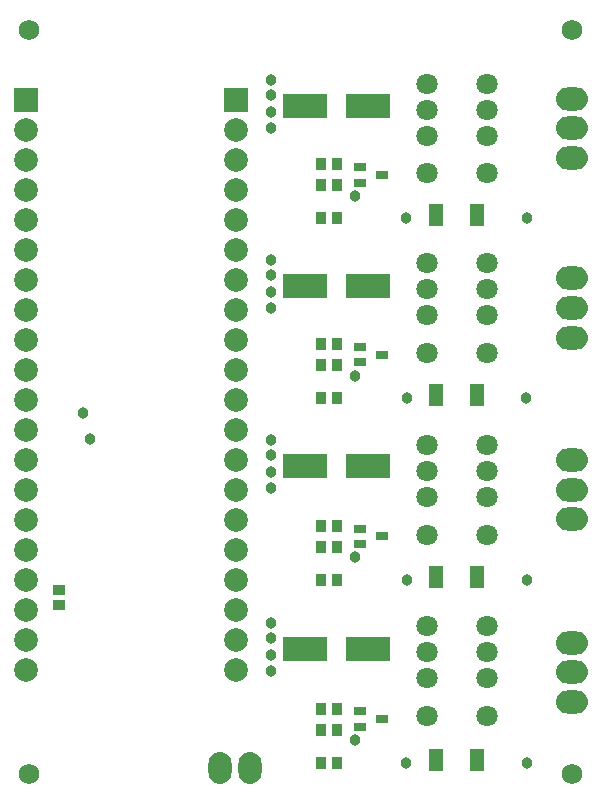
<source format=gts>
G04*
G04 #@! TF.GenerationSoftware,Altium Limited,Altium Designer,20.2.6 (244)*
G04*
G04 Layer_Color=8388736*
%FSLAX25Y25*%
%MOIN*%
G70*
G04*
G04 #@! TF.SameCoordinates,9E550E5B-D3D8-464A-AF3F-8E1B55BAFF32*
G04*
G04*
G04 #@! TF.FilePolarity,Negative*
G04*
G01*
G75*
%ADD21R,0.03950X0.02572*%
%ADD22R,0.03556X0.04343*%
%ADD23R,0.04737X0.07690*%
%ADD24R,0.14776X0.07887*%
%ADD25R,0.04343X0.03556*%
%ADD26C,0.06800*%
%ADD27C,0.07887*%
%ADD28R,0.07887X0.07887*%
%ADD29C,0.07102*%
%ADD30O,0.10642X0.07690*%
%ADD31O,0.07690X0.10642*%
%ADD32C,0.03800*%
D21*
X124201Y34559D02*
D03*
Y29441D02*
D03*
X131681Y32000D02*
D03*
X124201Y95402D02*
D03*
Y90284D02*
D03*
X131681Y92843D02*
D03*
X124201Y215902D02*
D03*
Y210784D02*
D03*
X131681Y213342D02*
D03*
X124201Y156059D02*
D03*
Y150941D02*
D03*
X131681Y153500D02*
D03*
D22*
X111284Y17500D02*
D03*
X116598D02*
D03*
X111284Y28500D02*
D03*
X116598D02*
D03*
X111284Y35500D02*
D03*
X116598D02*
D03*
X111284Y78342D02*
D03*
X116598D02*
D03*
X111284Y89342D02*
D03*
X116598D02*
D03*
X111284Y96342D02*
D03*
X116598D02*
D03*
X111284Y198843D02*
D03*
X116598D02*
D03*
X111284Y209842D02*
D03*
X116598D02*
D03*
X111284Y216843D02*
D03*
X116598D02*
D03*
X111284Y157000D02*
D03*
X116598D02*
D03*
X111284Y150000D02*
D03*
X116598D02*
D03*
X111284Y139000D02*
D03*
X116598D02*
D03*
D23*
X163331Y18500D02*
D03*
X149551D02*
D03*
X163331Y79343D02*
D03*
X149551D02*
D03*
X163331Y199843D02*
D03*
X149551D02*
D03*
X163331Y140000D02*
D03*
X149551D02*
D03*
D24*
X105811Y55500D02*
D03*
X127071D02*
D03*
X105811Y116342D02*
D03*
X127071D02*
D03*
X105811Y236343D02*
D03*
X127071D02*
D03*
X105811Y176500D02*
D03*
X127071D02*
D03*
D25*
X23941Y75157D02*
D03*
Y69842D02*
D03*
D26*
X13779Y261812D02*
D03*
X13779Y13779D02*
D03*
X194882Y261811D02*
D03*
X194882Y13780D02*
D03*
D27*
X82996Y148295D02*
D03*
Y138295D02*
D03*
Y158295D02*
D03*
Y168295D02*
D03*
Y178295D02*
D03*
Y188295D02*
D03*
Y198295D02*
D03*
Y208295D02*
D03*
Y218295D02*
D03*
Y228295D02*
D03*
Y128295D02*
D03*
Y118295D02*
D03*
Y108295D02*
D03*
Y98295D02*
D03*
Y88295D02*
D03*
Y78295D02*
D03*
Y68295D02*
D03*
Y58295D02*
D03*
Y48295D02*
D03*
X12996Y148295D02*
D03*
Y138295D02*
D03*
Y158295D02*
D03*
Y168295D02*
D03*
Y178295D02*
D03*
Y188295D02*
D03*
Y198295D02*
D03*
Y208295D02*
D03*
Y218295D02*
D03*
Y228295D02*
D03*
Y128295D02*
D03*
Y118295D02*
D03*
Y108295D02*
D03*
Y98295D02*
D03*
Y88295D02*
D03*
Y78295D02*
D03*
Y68295D02*
D03*
Y58295D02*
D03*
Y48295D02*
D03*
D28*
X82996Y238295D02*
D03*
X12996D02*
D03*
D29*
X166441Y33000D02*
D03*
Y45598D02*
D03*
X146441D02*
D03*
Y33000D02*
D03*
X166441Y54260D02*
D03*
Y62921D02*
D03*
X146441D02*
D03*
Y54260D02*
D03*
X166441Y93500D02*
D03*
Y106098D02*
D03*
X146441D02*
D03*
Y93500D02*
D03*
X166441Y114760D02*
D03*
Y123421D02*
D03*
X146441D02*
D03*
Y114760D02*
D03*
X166441Y213843D02*
D03*
Y226441D02*
D03*
X146441D02*
D03*
Y213843D02*
D03*
X166441Y235102D02*
D03*
Y243764D02*
D03*
X146441D02*
D03*
Y235102D02*
D03*
X166441Y154000D02*
D03*
Y166598D02*
D03*
X146441D02*
D03*
Y154000D02*
D03*
X166441Y175260D02*
D03*
Y183921D02*
D03*
X146441D02*
D03*
Y175260D02*
D03*
D30*
X195071Y47657D02*
D03*
Y57500D02*
D03*
Y37815D02*
D03*
X194941Y108500D02*
D03*
Y118342D02*
D03*
Y98658D02*
D03*
Y228842D02*
D03*
Y238685D02*
D03*
Y219000D02*
D03*
Y169000D02*
D03*
Y178842D02*
D03*
Y159158D02*
D03*
D31*
X87598Y15748D02*
D03*
X77756D02*
D03*
D32*
X179941Y17500D02*
D03*
Y78500D02*
D03*
X179441Y139000D02*
D03*
X179941Y199000D02*
D03*
X139726Y198843D02*
D03*
X139941Y139000D02*
D03*
X139787Y78342D02*
D03*
X139459Y17500D02*
D03*
X94441Y228842D02*
D03*
Y234343D02*
D03*
Y239843D02*
D03*
Y244843D02*
D03*
Y169000D02*
D03*
Y174500D02*
D03*
Y180000D02*
D03*
Y185000D02*
D03*
Y108843D02*
D03*
Y114342D02*
D03*
Y119843D02*
D03*
Y124843D02*
D03*
Y64000D02*
D03*
Y59000D02*
D03*
Y53500D02*
D03*
Y48000D02*
D03*
X122441Y206343D02*
D03*
Y146500D02*
D03*
Y85843D02*
D03*
Y25000D02*
D03*
X34378Y125500D02*
D03*
X31941Y134000D02*
D03*
M02*

</source>
